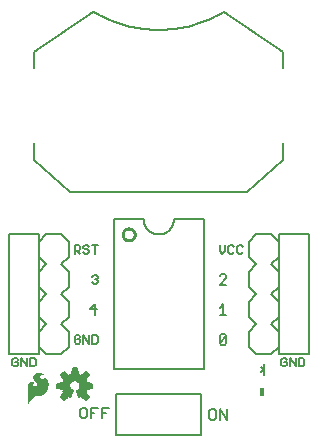
<source format=gto>
G75*
%MOIN*%
%OFA0B0*%
%FSLAX25Y25*%
%IPPOS*%
%LPD*%
%AMOC8*
5,1,8,0,0,1.08239X$1,22.5*
%
%ADD10C,0.00600*%
%ADD11C,0.00500*%
%ADD12C,0.00800*%
%ADD13C,0.00020*%
%ADD14C,0.01000*%
%ADD15R,0.01800X0.03000*%
%ADD16C,0.00591*%
D10*
X0117084Y0069367D02*
X0117651Y0068800D01*
X0118785Y0068800D01*
X0119352Y0069367D01*
X0119352Y0071636D01*
X0118785Y0072203D01*
X0117651Y0072203D01*
X0117084Y0071636D01*
X0117084Y0069367D01*
X0120767Y0068800D02*
X0120767Y0072203D01*
X0123036Y0072203D01*
X0124450Y0072203D02*
X0126719Y0072203D01*
X0125584Y0070501D02*
X0124450Y0070501D01*
X0124450Y0068800D02*
X0124450Y0072203D01*
X0121901Y0070501D02*
X0120767Y0070501D01*
X0160133Y0071136D02*
X0160133Y0068867D01*
X0160700Y0068300D01*
X0161835Y0068300D01*
X0162402Y0068867D01*
X0162402Y0071136D01*
X0161835Y0071703D01*
X0160700Y0071703D01*
X0160133Y0071136D01*
X0163816Y0071703D02*
X0166085Y0068300D01*
X0166085Y0071703D01*
X0163816Y0071703D02*
X0163816Y0068300D01*
X0164200Y0093300D02*
X0163633Y0093867D01*
X0165902Y0096136D01*
X0165902Y0093867D01*
X0165335Y0093300D01*
X0164200Y0093300D01*
X0163633Y0093867D02*
X0163633Y0096136D01*
X0164200Y0096703D01*
X0165335Y0096703D01*
X0165902Y0096136D01*
X0165902Y0103300D02*
X0163633Y0103300D01*
X0164768Y0103300D02*
X0164768Y0106703D01*
X0163633Y0105569D01*
X0163633Y0113300D02*
X0165902Y0115569D01*
X0165902Y0116136D01*
X0165335Y0116703D01*
X0164200Y0116703D01*
X0163633Y0116136D01*
X0163633Y0113300D02*
X0165902Y0113300D01*
X0122719Y0105001D02*
X0120450Y0105001D01*
X0122152Y0106703D01*
X0122152Y0103300D01*
D11*
X0122488Y0096352D02*
X0121137Y0096352D01*
X0121137Y0093650D01*
X0122488Y0093650D01*
X0122938Y0094100D01*
X0122938Y0095902D01*
X0122488Y0096352D01*
X0119992Y0096352D02*
X0119992Y0093650D01*
X0118190Y0096352D01*
X0118190Y0093650D01*
X0117045Y0094100D02*
X0116595Y0093650D01*
X0115694Y0093650D01*
X0115244Y0094100D01*
X0115244Y0095902D01*
X0115694Y0096352D01*
X0116595Y0096352D01*
X0117045Y0095902D01*
X0117045Y0095001D02*
X0116145Y0095001D01*
X0117045Y0095001D02*
X0117045Y0094100D01*
X0102258Y0088302D02*
X0102258Y0086500D01*
X0101808Y0086050D01*
X0100457Y0086050D01*
X0100457Y0088752D01*
X0101808Y0088752D01*
X0102258Y0088302D01*
X0099312Y0088752D02*
X0099312Y0086050D01*
X0097510Y0088752D01*
X0097510Y0086050D01*
X0096365Y0086500D02*
X0096365Y0087401D01*
X0095464Y0087401D01*
X0094564Y0086500D02*
X0095014Y0086050D01*
X0095915Y0086050D01*
X0096365Y0086500D01*
X0094564Y0086500D02*
X0094564Y0088302D01*
X0095014Y0088752D01*
X0095915Y0088752D01*
X0096365Y0088302D01*
X0121587Y0113650D02*
X0121137Y0114100D01*
X0121587Y0113650D02*
X0122488Y0113650D01*
X0122938Y0114100D01*
X0122938Y0114551D01*
X0122488Y0115001D01*
X0122038Y0115001D01*
X0122488Y0115001D02*
X0122938Y0115452D01*
X0122938Y0115902D01*
X0122488Y0116352D01*
X0121587Y0116352D01*
X0121137Y0115902D01*
X0122038Y0123650D02*
X0122038Y0126352D01*
X0122938Y0126352D02*
X0121137Y0126352D01*
X0119992Y0125902D02*
X0119541Y0126352D01*
X0118641Y0126352D01*
X0118190Y0125902D01*
X0118190Y0125452D01*
X0118641Y0125001D01*
X0119541Y0125001D01*
X0119992Y0124551D01*
X0119992Y0124100D01*
X0119541Y0123650D01*
X0118641Y0123650D01*
X0118190Y0124100D01*
X0117045Y0123650D02*
X0116145Y0124551D01*
X0116595Y0124551D02*
X0115244Y0124551D01*
X0115244Y0123650D02*
X0115244Y0126352D01*
X0116595Y0126352D01*
X0117045Y0125902D01*
X0117045Y0125001D01*
X0116595Y0124551D01*
X0163583Y0124551D02*
X0164484Y0123650D01*
X0165385Y0124551D01*
X0165385Y0126352D01*
X0166530Y0125902D02*
X0166980Y0126352D01*
X0167881Y0126352D01*
X0168331Y0125902D01*
X0169476Y0125902D02*
X0169476Y0124100D01*
X0169927Y0123650D01*
X0170828Y0123650D01*
X0171278Y0124100D01*
X0171278Y0125902D02*
X0170828Y0126352D01*
X0169927Y0126352D01*
X0169476Y0125902D01*
X0168331Y0124100D02*
X0167881Y0123650D01*
X0166980Y0123650D01*
X0166530Y0124100D01*
X0166530Y0125902D01*
X0163583Y0126352D02*
X0163583Y0124551D01*
X0184614Y0088752D02*
X0184164Y0088302D01*
X0184164Y0086500D01*
X0184614Y0086050D01*
X0185515Y0086050D01*
X0185965Y0086500D01*
X0185965Y0087401D01*
X0185064Y0087401D01*
X0185965Y0088302D02*
X0185515Y0088752D01*
X0184614Y0088752D01*
X0187110Y0088752D02*
X0188912Y0086050D01*
X0188912Y0088752D01*
X0190057Y0088752D02*
X0191408Y0088752D01*
X0191858Y0088302D01*
X0191858Y0086500D01*
X0191408Y0086050D01*
X0190057Y0086050D01*
X0190057Y0088752D01*
X0187110Y0088752D02*
X0187110Y0086050D01*
D12*
X0183333Y0090000D02*
X0183333Y0130000D01*
X0193333Y0130000D01*
X0193333Y0090000D01*
X0183333Y0090000D01*
X0183333Y0092500D02*
X0180833Y0090000D01*
X0175833Y0090000D01*
X0173333Y0092500D01*
X0173333Y0097500D01*
X0175833Y0100000D01*
X0173333Y0102500D01*
X0173333Y0107500D01*
X0175833Y0110000D01*
X0173333Y0112500D01*
X0173333Y0117500D01*
X0175833Y0120000D01*
X0173333Y0122500D01*
X0173333Y0127500D01*
X0175833Y0130000D01*
X0180833Y0130000D01*
X0183333Y0127500D01*
X0183333Y0122500D01*
X0180833Y0120000D01*
X0183333Y0117500D01*
X0183333Y0112500D01*
X0180833Y0110000D01*
X0183333Y0107500D01*
X0183333Y0102500D01*
X0180833Y0100000D01*
X0183333Y0097500D01*
X0183333Y0092500D01*
X0178503Y0086811D02*
X0178503Y0085000D01*
X0177282Y0084080D01*
X0178503Y0083189D02*
X0178503Y0085000D01*
X0178442Y0085100D02*
X0177282Y0085860D01*
X0158333Y0085000D02*
X0128333Y0085000D01*
X0128333Y0135000D01*
X0138333Y0135000D01*
X0138335Y0134860D01*
X0138341Y0134720D01*
X0138351Y0134580D01*
X0138364Y0134440D01*
X0138382Y0134301D01*
X0138404Y0134162D01*
X0138429Y0134025D01*
X0138458Y0133887D01*
X0138491Y0133751D01*
X0138528Y0133616D01*
X0138569Y0133482D01*
X0138614Y0133349D01*
X0138662Y0133217D01*
X0138714Y0133087D01*
X0138769Y0132958D01*
X0138828Y0132831D01*
X0138891Y0132705D01*
X0138957Y0132581D01*
X0139026Y0132460D01*
X0139099Y0132340D01*
X0139176Y0132222D01*
X0139255Y0132107D01*
X0139338Y0131993D01*
X0139424Y0131883D01*
X0139513Y0131774D01*
X0139605Y0131668D01*
X0139700Y0131565D01*
X0139797Y0131464D01*
X0139898Y0131367D01*
X0140001Y0131272D01*
X0140107Y0131180D01*
X0140216Y0131091D01*
X0140326Y0131005D01*
X0140440Y0130922D01*
X0140555Y0130843D01*
X0140673Y0130766D01*
X0140793Y0130693D01*
X0140914Y0130624D01*
X0141038Y0130558D01*
X0141164Y0130495D01*
X0141291Y0130436D01*
X0141420Y0130381D01*
X0141550Y0130329D01*
X0141682Y0130281D01*
X0141815Y0130236D01*
X0141949Y0130195D01*
X0142084Y0130158D01*
X0142220Y0130125D01*
X0142358Y0130096D01*
X0142495Y0130071D01*
X0142634Y0130049D01*
X0142773Y0130031D01*
X0142913Y0130018D01*
X0143053Y0130008D01*
X0143193Y0130002D01*
X0143333Y0130000D01*
X0143473Y0130002D01*
X0143613Y0130008D01*
X0143753Y0130018D01*
X0143893Y0130031D01*
X0144032Y0130049D01*
X0144171Y0130071D01*
X0144308Y0130096D01*
X0144446Y0130125D01*
X0144582Y0130158D01*
X0144717Y0130195D01*
X0144851Y0130236D01*
X0144984Y0130281D01*
X0145116Y0130329D01*
X0145246Y0130381D01*
X0145375Y0130436D01*
X0145502Y0130495D01*
X0145628Y0130558D01*
X0145752Y0130624D01*
X0145873Y0130693D01*
X0145993Y0130766D01*
X0146111Y0130843D01*
X0146226Y0130922D01*
X0146340Y0131005D01*
X0146450Y0131091D01*
X0146559Y0131180D01*
X0146665Y0131272D01*
X0146768Y0131367D01*
X0146869Y0131464D01*
X0146966Y0131565D01*
X0147061Y0131668D01*
X0147153Y0131774D01*
X0147242Y0131883D01*
X0147328Y0131993D01*
X0147411Y0132107D01*
X0147490Y0132222D01*
X0147567Y0132340D01*
X0147640Y0132460D01*
X0147709Y0132581D01*
X0147775Y0132705D01*
X0147838Y0132831D01*
X0147897Y0132958D01*
X0147952Y0133087D01*
X0148004Y0133217D01*
X0148052Y0133349D01*
X0148097Y0133482D01*
X0148138Y0133616D01*
X0148175Y0133751D01*
X0148208Y0133887D01*
X0148237Y0134025D01*
X0148262Y0134162D01*
X0148284Y0134301D01*
X0148302Y0134440D01*
X0148315Y0134580D01*
X0148325Y0134720D01*
X0148331Y0134860D01*
X0148333Y0135000D01*
X0158333Y0135000D01*
X0158333Y0085000D01*
X0157507Y0076890D02*
X0129160Y0076890D01*
X0129160Y0063110D01*
X0157507Y0063110D01*
X0157507Y0076890D01*
X0113333Y0092500D02*
X0113333Y0097500D01*
X0110833Y0100000D01*
X0113333Y0102500D01*
X0113333Y0107500D01*
X0110833Y0110000D01*
X0113333Y0112500D01*
X0113333Y0117500D01*
X0110833Y0120000D01*
X0113333Y0122500D01*
X0113333Y0127500D01*
X0110833Y0130000D01*
X0105833Y0130000D01*
X0103333Y0127500D01*
X0103333Y0122500D01*
X0105833Y0120000D01*
X0103333Y0117500D01*
X0103333Y0112500D01*
X0105833Y0110000D01*
X0103333Y0107500D01*
X0103333Y0102500D01*
X0105833Y0100000D01*
X0103333Y0097500D01*
X0103333Y0092500D01*
X0105833Y0090000D01*
X0110833Y0090000D01*
X0113333Y0092500D01*
X0103333Y0090000D02*
X0103333Y0130000D01*
X0093333Y0130000D01*
X0093333Y0090000D01*
X0103333Y0090000D01*
X0113806Y0144063D02*
X0101798Y0154693D01*
X0101798Y0160402D01*
X0113806Y0144063D02*
X0172861Y0144063D01*
X0184869Y0154693D01*
X0184869Y0160402D01*
X0184869Y0185598D02*
X0184869Y0190913D01*
X0165184Y0204299D01*
X0165183Y0204299D02*
X0164304Y0203781D01*
X0163412Y0203284D01*
X0162508Y0202809D01*
X0161594Y0202356D01*
X0160668Y0201925D01*
X0159733Y0201517D01*
X0158788Y0201131D01*
X0157833Y0200768D01*
X0156870Y0200429D01*
X0155900Y0200113D01*
X0154922Y0199821D01*
X0153937Y0199552D01*
X0152946Y0199307D01*
X0151949Y0199087D01*
X0150947Y0198890D01*
X0149941Y0198718D01*
X0148931Y0198570D01*
X0147918Y0198447D01*
X0146902Y0198348D01*
X0145884Y0198274D01*
X0144864Y0198225D01*
X0143843Y0198200D01*
X0142823Y0198200D01*
X0141802Y0198225D01*
X0140782Y0198274D01*
X0139764Y0198348D01*
X0138748Y0198447D01*
X0137735Y0198570D01*
X0136725Y0198718D01*
X0135719Y0198890D01*
X0134717Y0199087D01*
X0133720Y0199307D01*
X0132729Y0199552D01*
X0131744Y0199821D01*
X0130766Y0200113D01*
X0129796Y0200429D01*
X0128833Y0200768D01*
X0127878Y0201131D01*
X0126933Y0201517D01*
X0125998Y0201925D01*
X0125072Y0202356D01*
X0124158Y0202809D01*
X0123254Y0203284D01*
X0122362Y0203781D01*
X0121483Y0204299D01*
X0101798Y0190913D01*
X0101798Y0185598D01*
D13*
X0099593Y0073917D02*
X0099593Y0073878D01*
X0099593Y0079311D01*
X0099633Y0079626D01*
X0099711Y0079902D01*
X0099829Y0080098D01*
X0099948Y0080295D01*
X0100144Y0080453D01*
X0100302Y0080571D01*
X0101444Y0080571D01*
X0101522Y0080610D01*
X0101562Y0080650D01*
X0101483Y0080689D01*
X0101404Y0080728D01*
X0100932Y0080728D01*
X0100696Y0080689D01*
X0100499Y0080650D01*
X0100302Y0080571D01*
X0100277Y0080552D02*
X0101407Y0080552D01*
X0101444Y0080571D02*
X0101365Y0080531D01*
X0101247Y0080492D01*
X0101168Y0080413D01*
X0101089Y0080335D01*
X0101010Y0080256D01*
X0100971Y0080138D01*
X0100971Y0079980D01*
X0101010Y0079862D01*
X0101089Y0079744D01*
X0101207Y0079626D01*
X0101325Y0079508D01*
X0101522Y0079429D01*
X0101719Y0079390D01*
X0102034Y0079390D01*
X0102349Y0079469D01*
X0102585Y0079626D01*
X0102743Y0079823D01*
X0102822Y0080059D01*
X0102822Y0080335D01*
X0102703Y0080650D01*
X0102428Y0080925D01*
X0102113Y0081280D01*
X0101837Y0081594D01*
X0101640Y0081949D01*
X0101562Y0082303D01*
X0101562Y0082618D01*
X0101680Y0082972D01*
X0101877Y0083287D01*
X0102231Y0083563D01*
X0102664Y0083799D01*
X0103097Y0083878D01*
X0103491Y0083878D01*
X0103845Y0083799D01*
X0104160Y0083642D01*
X0104396Y0083524D01*
X0104554Y0083406D01*
X0104593Y0083366D01*
X0104554Y0083366D01*
X0104475Y0083406D01*
X0104239Y0083406D01*
X0104081Y0083366D01*
X0103885Y0083327D01*
X0103727Y0083248D01*
X0103570Y0083130D01*
X0103491Y0083012D01*
X0103451Y0082933D01*
X0103412Y0082815D01*
X0103412Y0082579D01*
X0103451Y0082421D01*
X0103530Y0082303D01*
X0103609Y0082185D01*
X0103727Y0082067D01*
X0103845Y0081949D01*
X0104003Y0081831D01*
X0104121Y0081752D01*
X0104278Y0081673D01*
X0104436Y0081634D01*
X0104593Y0081594D01*
X0104711Y0081594D01*
X0104829Y0081634D01*
X0104948Y0081752D01*
X0104987Y0081831D01*
X0105026Y0081949D01*
X0105026Y0082264D01*
X0105026Y0082303D01*
X0105341Y0082106D01*
X0105656Y0081752D01*
X0105932Y0081319D01*
X0106129Y0080728D01*
X0106247Y0080098D01*
X0106207Y0079429D01*
X0106010Y0078681D01*
X0105617Y0077972D01*
X0105341Y0077618D01*
X0105026Y0077303D01*
X0104711Y0077028D01*
X0104318Y0076791D01*
X0103924Y0076634D01*
X0103491Y0076516D01*
X0099593Y0076516D01*
X0099593Y0076534D02*
X0103559Y0076534D01*
X0103491Y0076516D02*
X0103018Y0076437D01*
X0102270Y0076437D01*
X0102034Y0076398D01*
X0101837Y0076280D01*
X0101640Y0076161D01*
X0101444Y0075965D01*
X0101247Y0075768D01*
X0101010Y0075492D01*
X0100774Y0075217D01*
X0100538Y0074980D01*
X0100302Y0074744D01*
X0100105Y0074508D01*
X0099908Y0074311D01*
X0099790Y0074114D01*
X0099672Y0073996D01*
X0099593Y0073917D01*
X0099593Y0073924D02*
X0099599Y0073924D01*
X0099593Y0073942D02*
X0099618Y0073942D01*
X0099636Y0073961D02*
X0099593Y0073961D01*
X0099593Y0073979D02*
X0099655Y0073979D01*
X0099674Y0073998D02*
X0099593Y0073998D01*
X0099593Y0074016D02*
X0099692Y0074016D01*
X0099711Y0074035D02*
X0099593Y0074035D01*
X0099593Y0074053D02*
X0099729Y0074053D01*
X0099748Y0074072D02*
X0099593Y0074072D01*
X0099593Y0074090D02*
X0099766Y0074090D01*
X0099785Y0074109D02*
X0099593Y0074109D01*
X0099593Y0074127D02*
X0099798Y0074127D01*
X0099809Y0074146D02*
X0099593Y0074146D01*
X0099593Y0074164D02*
X0099820Y0074164D01*
X0099831Y0074183D02*
X0099593Y0074183D01*
X0099593Y0074201D02*
X0099842Y0074201D01*
X0099853Y0074220D02*
X0099593Y0074220D01*
X0099593Y0074238D02*
X0099865Y0074238D01*
X0099876Y0074257D02*
X0099593Y0074257D01*
X0099593Y0074275D02*
X0099887Y0074275D01*
X0099898Y0074294D02*
X0099593Y0074294D01*
X0099593Y0074312D02*
X0099910Y0074312D01*
X0099928Y0074331D02*
X0099593Y0074331D01*
X0099593Y0074349D02*
X0099947Y0074349D01*
X0099965Y0074368D02*
X0099593Y0074368D01*
X0099593Y0074387D02*
X0099984Y0074387D01*
X0100002Y0074405D02*
X0099593Y0074405D01*
X0099593Y0074424D02*
X0100021Y0074424D01*
X0100039Y0074442D02*
X0099593Y0074442D01*
X0099593Y0074461D02*
X0100058Y0074461D01*
X0100076Y0074479D02*
X0099593Y0074479D01*
X0099593Y0074498D02*
X0100095Y0074498D01*
X0100112Y0074516D02*
X0099593Y0074516D01*
X0099593Y0074535D02*
X0100127Y0074535D01*
X0100143Y0074553D02*
X0099593Y0074553D01*
X0099593Y0074572D02*
X0100158Y0074572D01*
X0100174Y0074590D02*
X0099593Y0074590D01*
X0099593Y0074609D02*
X0100189Y0074609D01*
X0100204Y0074627D02*
X0099593Y0074627D01*
X0099593Y0074646D02*
X0100220Y0074646D01*
X0100235Y0074664D02*
X0099593Y0074664D01*
X0099593Y0074683D02*
X0100251Y0074683D01*
X0100266Y0074701D02*
X0099593Y0074701D01*
X0099593Y0074720D02*
X0100282Y0074720D01*
X0100297Y0074738D02*
X0099593Y0074738D01*
X0099593Y0074757D02*
X0100315Y0074757D01*
X0100333Y0074775D02*
X0099593Y0074775D01*
X0099593Y0074794D02*
X0100352Y0074794D01*
X0100370Y0074812D02*
X0099593Y0074812D01*
X0099593Y0074831D02*
X0100389Y0074831D01*
X0100407Y0074849D02*
X0099593Y0074849D01*
X0099593Y0074868D02*
X0100426Y0074868D01*
X0100444Y0074886D02*
X0099593Y0074886D01*
X0099593Y0074905D02*
X0100463Y0074905D01*
X0100481Y0074923D02*
X0099593Y0074923D01*
X0099593Y0074942D02*
X0100500Y0074942D01*
X0100518Y0074961D02*
X0099593Y0074961D01*
X0099593Y0074979D02*
X0100537Y0074979D01*
X0100555Y0074998D02*
X0099593Y0074998D01*
X0099593Y0075016D02*
X0100574Y0075016D01*
X0100592Y0075035D02*
X0099593Y0075035D01*
X0099593Y0075053D02*
X0100611Y0075053D01*
X0100629Y0075072D02*
X0099593Y0075072D01*
X0099593Y0075090D02*
X0100648Y0075090D01*
X0100666Y0075109D02*
X0099593Y0075109D01*
X0099593Y0075127D02*
X0100685Y0075127D01*
X0100703Y0075146D02*
X0099593Y0075146D01*
X0099593Y0075164D02*
X0100722Y0075164D01*
X0100740Y0075183D02*
X0099593Y0075183D01*
X0099593Y0075201D02*
X0100759Y0075201D01*
X0100777Y0075220D02*
X0099593Y0075220D01*
X0099593Y0075238D02*
X0100793Y0075238D01*
X0100809Y0075257D02*
X0099593Y0075257D01*
X0099593Y0075275D02*
X0100825Y0075275D01*
X0100840Y0075294D02*
X0099593Y0075294D01*
X0099593Y0075312D02*
X0100856Y0075312D01*
X0100872Y0075331D02*
X0099593Y0075331D01*
X0099593Y0075349D02*
X0100888Y0075349D01*
X0100904Y0075368D02*
X0099593Y0075368D01*
X0099593Y0075386D02*
X0100920Y0075386D01*
X0100936Y0075405D02*
X0099593Y0075405D01*
X0099593Y0075423D02*
X0100952Y0075423D01*
X0100967Y0075442D02*
X0099593Y0075442D01*
X0099593Y0075460D02*
X0100983Y0075460D01*
X0100999Y0075479D02*
X0099593Y0075479D01*
X0099593Y0075497D02*
X0101015Y0075497D01*
X0101031Y0075516D02*
X0099593Y0075516D01*
X0099593Y0075535D02*
X0101047Y0075535D01*
X0101063Y0075553D02*
X0099593Y0075553D01*
X0099593Y0075572D02*
X0101079Y0075572D01*
X0101094Y0075590D02*
X0099593Y0075590D01*
X0099593Y0075609D02*
X0101110Y0075609D01*
X0101126Y0075627D02*
X0099593Y0075627D01*
X0099593Y0075646D02*
X0101142Y0075646D01*
X0101158Y0075664D02*
X0099593Y0075664D01*
X0099593Y0075683D02*
X0101174Y0075683D01*
X0101190Y0075701D02*
X0099593Y0075701D01*
X0099593Y0075720D02*
X0101206Y0075720D01*
X0101221Y0075738D02*
X0099593Y0075738D01*
X0099593Y0075757D02*
X0101237Y0075757D01*
X0101254Y0075775D02*
X0099593Y0075775D01*
X0099593Y0075794D02*
X0101273Y0075794D01*
X0101291Y0075812D02*
X0099593Y0075812D01*
X0099593Y0075831D02*
X0101310Y0075831D01*
X0101328Y0075849D02*
X0099593Y0075849D01*
X0099593Y0075868D02*
X0101347Y0075868D01*
X0101365Y0075886D02*
X0099593Y0075886D01*
X0099593Y0075905D02*
X0101384Y0075905D01*
X0101402Y0075923D02*
X0099593Y0075923D01*
X0099593Y0075942D02*
X0101421Y0075942D01*
X0101439Y0075960D02*
X0099593Y0075960D01*
X0099593Y0075979D02*
X0101458Y0075979D01*
X0101476Y0075997D02*
X0099593Y0075997D01*
X0099593Y0076016D02*
X0101495Y0076016D01*
X0101513Y0076034D02*
X0099593Y0076034D01*
X0099593Y0076053D02*
X0101532Y0076053D01*
X0101550Y0076071D02*
X0099593Y0076071D01*
X0099593Y0076090D02*
X0101569Y0076090D01*
X0101588Y0076109D02*
X0099593Y0076109D01*
X0099593Y0076127D02*
X0101606Y0076127D01*
X0101625Y0076146D02*
X0099593Y0076146D01*
X0099593Y0076164D02*
X0101645Y0076164D01*
X0101676Y0076183D02*
X0099593Y0076183D01*
X0099593Y0076201D02*
X0101707Y0076201D01*
X0101737Y0076220D02*
X0099593Y0076220D01*
X0099593Y0076238D02*
X0101768Y0076238D01*
X0101799Y0076257D02*
X0099593Y0076257D01*
X0099593Y0076275D02*
X0101830Y0076275D01*
X0101861Y0076294D02*
X0099593Y0076294D01*
X0099593Y0076312D02*
X0101892Y0076312D01*
X0101923Y0076331D02*
X0099593Y0076331D01*
X0099593Y0076349D02*
X0101953Y0076349D01*
X0101984Y0076368D02*
X0099593Y0076368D01*
X0099593Y0076386D02*
X0102015Y0076386D01*
X0102077Y0076405D02*
X0099593Y0076405D01*
X0099593Y0076423D02*
X0102188Y0076423D01*
X0103047Y0076442D02*
X0099593Y0076442D01*
X0099593Y0076460D02*
X0103158Y0076460D01*
X0103269Y0076479D02*
X0099593Y0076479D01*
X0099593Y0076497D02*
X0103380Y0076497D01*
X0103627Y0076553D02*
X0099593Y0076553D01*
X0099593Y0076571D02*
X0103695Y0076571D01*
X0103763Y0076590D02*
X0099593Y0076590D01*
X0099593Y0076608D02*
X0103831Y0076608D01*
X0103899Y0076627D02*
X0099593Y0076627D01*
X0099593Y0076645D02*
X0103953Y0076645D01*
X0103999Y0076664D02*
X0099593Y0076664D01*
X0099593Y0076683D02*
X0104046Y0076683D01*
X0104092Y0076701D02*
X0099593Y0076701D01*
X0099593Y0076720D02*
X0104138Y0076720D01*
X0104184Y0076738D02*
X0099593Y0076738D01*
X0099593Y0076757D02*
X0104231Y0076757D01*
X0104277Y0076775D02*
X0099593Y0076775D01*
X0099593Y0076794D02*
X0104321Y0076794D01*
X0104352Y0076812D02*
X0099593Y0076812D01*
X0099593Y0076831D02*
X0104383Y0076831D01*
X0104414Y0076849D02*
X0099593Y0076849D01*
X0099593Y0076868D02*
X0104445Y0076868D01*
X0104476Y0076886D02*
X0099593Y0076886D01*
X0099593Y0076905D02*
X0104507Y0076905D01*
X0104537Y0076923D02*
X0099593Y0076923D01*
X0099593Y0076942D02*
X0104568Y0076942D01*
X0104599Y0076960D02*
X0099593Y0076960D01*
X0099593Y0076979D02*
X0104630Y0076979D01*
X0104661Y0076997D02*
X0099593Y0076997D01*
X0099593Y0077016D02*
X0104692Y0077016D01*
X0104719Y0077034D02*
X0099593Y0077034D01*
X0099593Y0077053D02*
X0104740Y0077053D01*
X0104761Y0077071D02*
X0099593Y0077071D01*
X0099593Y0077090D02*
X0104782Y0077090D01*
X0104804Y0077108D02*
X0099593Y0077108D01*
X0099593Y0077127D02*
X0104825Y0077127D01*
X0104846Y0077145D02*
X0099593Y0077145D01*
X0099593Y0077164D02*
X0104867Y0077164D01*
X0104888Y0077182D02*
X0099593Y0077182D01*
X0099593Y0077201D02*
X0104909Y0077201D01*
X0104931Y0077219D02*
X0099593Y0077219D01*
X0099593Y0077238D02*
X0104952Y0077238D01*
X0104973Y0077257D02*
X0099593Y0077257D01*
X0099593Y0077275D02*
X0104994Y0077275D01*
X0105015Y0077294D02*
X0099593Y0077294D01*
X0099593Y0077312D02*
X0105035Y0077312D01*
X0105054Y0077331D02*
X0099593Y0077331D01*
X0099593Y0077349D02*
X0105072Y0077349D01*
X0105091Y0077368D02*
X0099593Y0077368D01*
X0099593Y0077386D02*
X0105109Y0077386D01*
X0105128Y0077405D02*
X0099593Y0077405D01*
X0099593Y0077423D02*
X0105146Y0077423D01*
X0105165Y0077442D02*
X0099593Y0077442D01*
X0099593Y0077460D02*
X0105183Y0077460D01*
X0105202Y0077479D02*
X0099593Y0077479D01*
X0099593Y0077497D02*
X0105220Y0077497D01*
X0105239Y0077516D02*
X0099593Y0077516D01*
X0099593Y0077534D02*
X0105257Y0077534D01*
X0105276Y0077553D02*
X0099593Y0077553D01*
X0099593Y0077571D02*
X0105294Y0077571D01*
X0105313Y0077590D02*
X0099593Y0077590D01*
X0099593Y0077608D02*
X0105331Y0077608D01*
X0105348Y0077627D02*
X0099593Y0077627D01*
X0099593Y0077645D02*
X0105362Y0077645D01*
X0105377Y0077664D02*
X0099593Y0077664D01*
X0099593Y0077682D02*
X0105391Y0077682D01*
X0105406Y0077701D02*
X0099593Y0077701D01*
X0099593Y0077719D02*
X0105420Y0077719D01*
X0105434Y0077738D02*
X0099593Y0077738D01*
X0099593Y0077756D02*
X0105449Y0077756D01*
X0105463Y0077775D02*
X0099593Y0077775D01*
X0099593Y0077793D02*
X0105478Y0077793D01*
X0105492Y0077812D02*
X0099593Y0077812D01*
X0099593Y0077831D02*
X0105506Y0077831D01*
X0105521Y0077849D02*
X0099593Y0077849D01*
X0099593Y0077868D02*
X0105535Y0077868D01*
X0105550Y0077886D02*
X0099593Y0077886D01*
X0099593Y0077905D02*
X0105564Y0077905D01*
X0105578Y0077923D02*
X0099593Y0077923D01*
X0099593Y0077942D02*
X0105593Y0077942D01*
X0105607Y0077960D02*
X0099593Y0077960D01*
X0099593Y0077979D02*
X0105620Y0077979D01*
X0105631Y0077997D02*
X0099593Y0077997D01*
X0099593Y0078016D02*
X0105641Y0078016D01*
X0105651Y0078034D02*
X0099593Y0078034D01*
X0099593Y0078053D02*
X0105661Y0078053D01*
X0105672Y0078071D02*
X0099593Y0078071D01*
X0099593Y0078090D02*
X0105682Y0078090D01*
X0105692Y0078108D02*
X0099593Y0078108D01*
X0099593Y0078127D02*
X0105703Y0078127D01*
X0105713Y0078145D02*
X0099593Y0078145D01*
X0099593Y0078164D02*
X0105723Y0078164D01*
X0105733Y0078182D02*
X0099593Y0078182D01*
X0099593Y0078201D02*
X0105744Y0078201D01*
X0105754Y0078219D02*
X0099593Y0078219D01*
X0099593Y0078238D02*
X0105764Y0078238D01*
X0105775Y0078256D02*
X0099593Y0078256D01*
X0099593Y0078275D02*
X0105785Y0078275D01*
X0105795Y0078293D02*
X0099593Y0078293D01*
X0099593Y0078312D02*
X0105805Y0078312D01*
X0105816Y0078330D02*
X0099593Y0078330D01*
X0099593Y0078349D02*
X0105826Y0078349D01*
X0105836Y0078367D02*
X0099593Y0078367D01*
X0099593Y0078386D02*
X0105847Y0078386D01*
X0105857Y0078405D02*
X0099593Y0078405D01*
X0099593Y0078423D02*
X0105867Y0078423D01*
X0105877Y0078442D02*
X0099593Y0078442D01*
X0099593Y0078460D02*
X0105888Y0078460D01*
X0105898Y0078479D02*
X0099593Y0078479D01*
X0099593Y0078497D02*
X0105908Y0078497D01*
X0105919Y0078516D02*
X0099593Y0078516D01*
X0099593Y0078534D02*
X0105929Y0078534D01*
X0105939Y0078553D02*
X0099593Y0078553D01*
X0099593Y0078571D02*
X0105949Y0078571D01*
X0105960Y0078590D02*
X0099593Y0078590D01*
X0099593Y0078608D02*
X0105970Y0078608D01*
X0105980Y0078627D02*
X0099593Y0078627D01*
X0099593Y0078645D02*
X0105991Y0078645D01*
X0106001Y0078664D02*
X0099593Y0078664D01*
X0099593Y0078682D02*
X0106011Y0078682D01*
X0106016Y0078701D02*
X0099593Y0078701D01*
X0099593Y0078719D02*
X0106021Y0078719D01*
X0106025Y0078738D02*
X0099593Y0078738D01*
X0099593Y0078756D02*
X0106030Y0078756D01*
X0106035Y0078775D02*
X0099593Y0078775D01*
X0099593Y0078793D02*
X0106040Y0078793D01*
X0106045Y0078812D02*
X0099593Y0078812D01*
X0099593Y0078830D02*
X0106050Y0078830D01*
X0106055Y0078849D02*
X0099593Y0078849D01*
X0099593Y0078867D02*
X0106060Y0078867D01*
X0106064Y0078886D02*
X0099593Y0078886D01*
X0099593Y0078904D02*
X0106069Y0078904D01*
X0106074Y0078923D02*
X0099593Y0078923D01*
X0099593Y0078941D02*
X0106079Y0078941D01*
X0106084Y0078960D02*
X0099593Y0078960D01*
X0099593Y0078979D02*
X0106089Y0078979D01*
X0106094Y0078997D02*
X0099593Y0078997D01*
X0099593Y0079016D02*
X0106098Y0079016D01*
X0106103Y0079034D02*
X0099593Y0079034D01*
X0099593Y0079053D02*
X0106108Y0079053D01*
X0106113Y0079071D02*
X0099593Y0079071D01*
X0099593Y0079090D02*
X0106118Y0079090D01*
X0106123Y0079108D02*
X0099593Y0079108D01*
X0099593Y0079127D02*
X0106128Y0079127D01*
X0106133Y0079145D02*
X0099593Y0079145D01*
X0099593Y0079164D02*
X0106137Y0079164D01*
X0106142Y0079182D02*
X0099593Y0079182D01*
X0099593Y0079201D02*
X0106147Y0079201D01*
X0106152Y0079219D02*
X0099593Y0079219D01*
X0099593Y0079238D02*
X0106157Y0079238D01*
X0106162Y0079256D02*
X0099593Y0079256D01*
X0099593Y0079275D02*
X0106167Y0079275D01*
X0106172Y0079293D02*
X0099593Y0079293D01*
X0099593Y0079312D02*
X0106176Y0079312D01*
X0106181Y0079330D02*
X0099596Y0079330D01*
X0099598Y0079349D02*
X0106186Y0079349D01*
X0106191Y0079367D02*
X0099600Y0079367D01*
X0099603Y0079386D02*
X0106196Y0079386D01*
X0106201Y0079404D02*
X0102093Y0079404D01*
X0102167Y0079423D02*
X0106206Y0079423D01*
X0106208Y0079441D02*
X0102241Y0079441D01*
X0102315Y0079460D02*
X0106209Y0079460D01*
X0106210Y0079478D02*
X0102364Y0079478D01*
X0102392Y0079497D02*
X0106211Y0079497D01*
X0106212Y0079516D02*
X0102420Y0079516D01*
X0102447Y0079534D02*
X0106214Y0079534D01*
X0106215Y0079553D02*
X0102475Y0079553D01*
X0102503Y0079571D02*
X0106216Y0079571D01*
X0106217Y0079590D02*
X0102531Y0079590D01*
X0102558Y0079608D02*
X0106218Y0079608D01*
X0106219Y0079627D02*
X0102586Y0079627D01*
X0102601Y0079645D02*
X0106220Y0079645D01*
X0106221Y0079664D02*
X0102615Y0079664D01*
X0102630Y0079682D02*
X0106222Y0079682D01*
X0106223Y0079701D02*
X0102645Y0079701D01*
X0102660Y0079719D02*
X0106224Y0079719D01*
X0106225Y0079738D02*
X0102675Y0079738D01*
X0102689Y0079756D02*
X0106227Y0079756D01*
X0106228Y0079775D02*
X0102704Y0079775D01*
X0102719Y0079793D02*
X0106229Y0079793D01*
X0106230Y0079812D02*
X0102734Y0079812D01*
X0102745Y0079830D02*
X0106231Y0079830D01*
X0106232Y0079849D02*
X0102751Y0079849D01*
X0102758Y0079867D02*
X0106233Y0079867D01*
X0106234Y0079886D02*
X0102764Y0079886D01*
X0102770Y0079904D02*
X0106235Y0079904D01*
X0106236Y0079923D02*
X0102776Y0079923D01*
X0102782Y0079941D02*
X0106237Y0079941D01*
X0106239Y0079960D02*
X0102788Y0079960D01*
X0102795Y0079978D02*
X0106240Y0079978D01*
X0106241Y0079997D02*
X0102801Y0079997D01*
X0102807Y0080015D02*
X0106242Y0080015D01*
X0106243Y0080034D02*
X0102813Y0080034D01*
X0102819Y0080052D02*
X0106244Y0080052D01*
X0106245Y0080071D02*
X0102822Y0080071D01*
X0102822Y0080090D02*
X0106246Y0080090D01*
X0106245Y0080108D02*
X0102822Y0080108D01*
X0102822Y0080127D02*
X0106241Y0080127D01*
X0106238Y0080145D02*
X0102822Y0080145D01*
X0102822Y0080164D02*
X0106235Y0080164D01*
X0106231Y0080182D02*
X0102822Y0080182D01*
X0102822Y0080201D02*
X0106228Y0080201D01*
X0106224Y0080219D02*
X0102822Y0080219D01*
X0102822Y0080238D02*
X0106221Y0080238D01*
X0106217Y0080256D02*
X0102822Y0080256D01*
X0102822Y0080275D02*
X0106214Y0080275D01*
X0106210Y0080293D02*
X0102822Y0080293D01*
X0102822Y0080312D02*
X0106207Y0080312D01*
X0106203Y0080330D02*
X0102822Y0080330D01*
X0102816Y0080349D02*
X0106200Y0080349D01*
X0106196Y0080367D02*
X0102809Y0080367D01*
X0102802Y0080386D02*
X0106193Y0080386D01*
X0106189Y0080404D02*
X0102795Y0080404D01*
X0102788Y0080423D02*
X0106186Y0080423D01*
X0106182Y0080441D02*
X0102782Y0080441D01*
X0102775Y0080460D02*
X0106179Y0080460D01*
X0106175Y0080478D02*
X0102768Y0080478D01*
X0102761Y0080497D02*
X0106172Y0080497D01*
X0106169Y0080515D02*
X0102754Y0080515D01*
X0102747Y0080534D02*
X0106165Y0080534D01*
X0106162Y0080552D02*
X0102740Y0080552D01*
X0102733Y0080571D02*
X0106158Y0080571D01*
X0106155Y0080589D02*
X0102726Y0080589D01*
X0102719Y0080608D02*
X0106151Y0080608D01*
X0106148Y0080626D02*
X0102712Y0080626D01*
X0102705Y0080645D02*
X0106144Y0080645D01*
X0106141Y0080664D02*
X0102690Y0080664D01*
X0102671Y0080682D02*
X0106137Y0080682D01*
X0106134Y0080701D02*
X0102652Y0080701D01*
X0102634Y0080719D02*
X0106130Y0080719D01*
X0106126Y0080738D02*
X0102615Y0080738D01*
X0102597Y0080756D02*
X0106119Y0080756D01*
X0106113Y0080775D02*
X0102578Y0080775D01*
X0102560Y0080793D02*
X0106107Y0080793D01*
X0106101Y0080812D02*
X0102541Y0080812D01*
X0102523Y0080830D02*
X0106095Y0080830D01*
X0106088Y0080849D02*
X0102504Y0080849D01*
X0102486Y0080867D02*
X0106082Y0080867D01*
X0106076Y0080886D02*
X0102467Y0080886D01*
X0102449Y0080904D02*
X0106070Y0080904D01*
X0106064Y0080923D02*
X0102430Y0080923D01*
X0102414Y0080941D02*
X0106058Y0080941D01*
X0106051Y0080960D02*
X0102397Y0080960D01*
X0102381Y0080978D02*
X0106045Y0080978D01*
X0106039Y0080997D02*
X0102364Y0080997D01*
X0102348Y0081015D02*
X0106033Y0081015D01*
X0106027Y0081034D02*
X0102331Y0081034D01*
X0102315Y0081052D02*
X0106021Y0081052D01*
X0106014Y0081071D02*
X0102298Y0081071D01*
X0102282Y0081089D02*
X0106008Y0081089D01*
X0106002Y0081108D02*
X0102265Y0081108D01*
X0102249Y0081126D02*
X0105996Y0081126D01*
X0105990Y0081145D02*
X0102232Y0081145D01*
X0102216Y0081163D02*
X0105984Y0081163D01*
X0105977Y0081182D02*
X0102200Y0081182D01*
X0102183Y0081200D02*
X0105971Y0081200D01*
X0105965Y0081219D02*
X0102167Y0081219D01*
X0102150Y0081238D02*
X0105959Y0081238D01*
X0105953Y0081256D02*
X0102134Y0081256D01*
X0102117Y0081275D02*
X0105947Y0081275D01*
X0105940Y0081293D02*
X0102101Y0081293D01*
X0102085Y0081312D02*
X0105934Y0081312D01*
X0105925Y0081330D02*
X0102069Y0081330D01*
X0102052Y0081349D02*
X0105913Y0081349D01*
X0105901Y0081367D02*
X0102036Y0081367D01*
X0102020Y0081386D02*
X0105889Y0081386D01*
X0105877Y0081404D02*
X0102004Y0081404D01*
X0101988Y0081423D02*
X0105866Y0081423D01*
X0105854Y0081441D02*
X0101971Y0081441D01*
X0101955Y0081460D02*
X0105842Y0081460D01*
X0105830Y0081478D02*
X0101939Y0081478D01*
X0101923Y0081497D02*
X0105819Y0081497D01*
X0105807Y0081515D02*
X0101907Y0081515D01*
X0101890Y0081534D02*
X0105795Y0081534D01*
X0105783Y0081552D02*
X0101874Y0081552D01*
X0101858Y0081571D02*
X0105771Y0081571D01*
X0105760Y0081589D02*
X0101842Y0081589D01*
X0101830Y0081608D02*
X0104540Y0081608D01*
X0104466Y0081626D02*
X0101820Y0081626D01*
X0101809Y0081645D02*
X0104392Y0081645D01*
X0104318Y0081663D02*
X0101799Y0081663D01*
X0101789Y0081682D02*
X0104261Y0081682D01*
X0104224Y0081700D02*
X0101778Y0081700D01*
X0101768Y0081719D02*
X0104187Y0081719D01*
X0104150Y0081737D02*
X0101758Y0081737D01*
X0101748Y0081756D02*
X0104115Y0081756D01*
X0104087Y0081774D02*
X0101737Y0081774D01*
X0101727Y0081793D02*
X0104059Y0081793D01*
X0104031Y0081812D02*
X0101717Y0081812D01*
X0101706Y0081830D02*
X0104004Y0081830D01*
X0103979Y0081849D02*
X0101696Y0081849D01*
X0101686Y0081867D02*
X0103954Y0081867D01*
X0103929Y0081886D02*
X0101676Y0081886D01*
X0101665Y0081904D02*
X0103905Y0081904D01*
X0103880Y0081923D02*
X0101655Y0081923D01*
X0101645Y0081941D02*
X0103855Y0081941D01*
X0103834Y0081960D02*
X0101638Y0081960D01*
X0101634Y0081978D02*
X0103816Y0081978D01*
X0103797Y0081997D02*
X0101630Y0081997D01*
X0101626Y0082015D02*
X0103779Y0082015D01*
X0103760Y0082034D02*
X0101622Y0082034D01*
X0101617Y0082052D02*
X0103742Y0082052D01*
X0103723Y0082071D02*
X0101613Y0082071D01*
X0101609Y0082089D02*
X0103705Y0082089D01*
X0103686Y0082108D02*
X0101605Y0082108D01*
X0101601Y0082126D02*
X0103668Y0082126D01*
X0103649Y0082145D02*
X0101597Y0082145D01*
X0101593Y0082163D02*
X0103631Y0082163D01*
X0103612Y0082182D02*
X0101589Y0082182D01*
X0101585Y0082200D02*
X0103599Y0082200D01*
X0103586Y0082219D02*
X0101580Y0082219D01*
X0101576Y0082237D02*
X0103574Y0082237D01*
X0103562Y0082256D02*
X0101572Y0082256D01*
X0101568Y0082274D02*
X0103549Y0082274D01*
X0103537Y0082293D02*
X0101564Y0082293D01*
X0101562Y0082311D02*
X0103525Y0082311D01*
X0103512Y0082330D02*
X0101562Y0082330D01*
X0101562Y0082348D02*
X0103500Y0082348D01*
X0103488Y0082367D02*
X0101562Y0082367D01*
X0101562Y0082386D02*
X0103475Y0082386D01*
X0103463Y0082404D02*
X0101562Y0082404D01*
X0101562Y0082423D02*
X0103451Y0082423D01*
X0103446Y0082441D02*
X0101562Y0082441D01*
X0101562Y0082460D02*
X0103442Y0082460D01*
X0103437Y0082478D02*
X0101562Y0082478D01*
X0101562Y0082497D02*
X0103433Y0082497D01*
X0103428Y0082515D02*
X0101562Y0082515D01*
X0101562Y0082534D02*
X0103423Y0082534D01*
X0103419Y0082552D02*
X0101562Y0082552D01*
X0101562Y0082571D02*
X0103414Y0082571D01*
X0103412Y0082589D02*
X0101562Y0082589D01*
X0101562Y0082608D02*
X0103412Y0082608D01*
X0103412Y0082626D02*
X0101564Y0082626D01*
X0101571Y0082645D02*
X0103412Y0082645D01*
X0103412Y0082663D02*
X0101577Y0082663D01*
X0101583Y0082682D02*
X0103412Y0082682D01*
X0103412Y0082700D02*
X0101589Y0082700D01*
X0101595Y0082719D02*
X0103412Y0082719D01*
X0103412Y0082737D02*
X0101601Y0082737D01*
X0101608Y0082756D02*
X0103412Y0082756D01*
X0103412Y0082774D02*
X0101614Y0082774D01*
X0101620Y0082793D02*
X0103412Y0082793D01*
X0103412Y0082811D02*
X0101626Y0082811D01*
X0101632Y0082830D02*
X0103417Y0082830D01*
X0103423Y0082848D02*
X0101638Y0082848D01*
X0101645Y0082867D02*
X0103429Y0082867D01*
X0103436Y0082885D02*
X0101651Y0082885D01*
X0101657Y0082904D02*
X0103442Y0082904D01*
X0103448Y0082922D02*
X0101663Y0082922D01*
X0101669Y0082941D02*
X0103455Y0082941D01*
X0103465Y0082960D02*
X0101675Y0082960D01*
X0101683Y0082978D02*
X0103474Y0082978D01*
X0103483Y0082997D02*
X0101695Y0082997D01*
X0101706Y0083015D02*
X0103493Y0083015D01*
X0103505Y0083034D02*
X0101718Y0083034D01*
X0101730Y0083052D02*
X0103518Y0083052D01*
X0103530Y0083071D02*
X0101741Y0083071D01*
X0101753Y0083089D02*
X0103542Y0083089D01*
X0103555Y0083108D02*
X0101764Y0083108D01*
X0101776Y0083126D02*
X0103567Y0083126D01*
X0103589Y0083145D02*
X0101787Y0083145D01*
X0101799Y0083163D02*
X0103614Y0083163D01*
X0103639Y0083182D02*
X0101811Y0083182D01*
X0101822Y0083200D02*
X0103663Y0083200D01*
X0103688Y0083219D02*
X0101834Y0083219D01*
X0101845Y0083237D02*
X0103713Y0083237D01*
X0103743Y0083256D02*
X0101857Y0083256D01*
X0101868Y0083274D02*
X0103780Y0083274D01*
X0103817Y0083293D02*
X0101884Y0083293D01*
X0101907Y0083311D02*
X0103854Y0083311D01*
X0103900Y0083330D02*
X0101931Y0083330D01*
X0101955Y0083348D02*
X0103992Y0083348D01*
X0104084Y0083367D02*
X0101979Y0083367D01*
X0102003Y0083385D02*
X0104158Y0083385D01*
X0104232Y0083404D02*
X0102026Y0083404D01*
X0102050Y0083422D02*
X0104531Y0083422D01*
X0104555Y0083404D02*
X0104478Y0083404D01*
X0104515Y0083385D02*
X0104574Y0083385D01*
X0104592Y0083367D02*
X0104552Y0083367D01*
X0104507Y0083441D02*
X0102074Y0083441D01*
X0102098Y0083459D02*
X0104482Y0083459D01*
X0104457Y0083478D02*
X0102122Y0083478D01*
X0102145Y0083496D02*
X0104432Y0083496D01*
X0104408Y0083515D02*
X0102169Y0083515D01*
X0102193Y0083534D02*
X0104377Y0083534D01*
X0104339Y0083552D02*
X0102217Y0083552D01*
X0102245Y0083571D02*
X0104302Y0083571D01*
X0104265Y0083589D02*
X0102279Y0083589D01*
X0102313Y0083608D02*
X0104228Y0083608D01*
X0104191Y0083626D02*
X0102347Y0083626D01*
X0102381Y0083645D02*
X0104154Y0083645D01*
X0104117Y0083663D02*
X0102415Y0083663D01*
X0102449Y0083682D02*
X0104080Y0083682D01*
X0104043Y0083700D02*
X0102482Y0083700D01*
X0102516Y0083719D02*
X0104006Y0083719D01*
X0103969Y0083737D02*
X0102550Y0083737D01*
X0102584Y0083756D02*
X0103932Y0083756D01*
X0103895Y0083774D02*
X0102618Y0083774D01*
X0102652Y0083793D02*
X0103858Y0083793D01*
X0103791Y0083811D02*
X0102730Y0083811D01*
X0102832Y0083830D02*
X0103708Y0083830D01*
X0103624Y0083848D02*
X0102934Y0083848D01*
X0103036Y0083867D02*
X0103541Y0083867D01*
X0105026Y0082293D02*
X0105043Y0082293D01*
X0105026Y0082274D02*
X0105072Y0082274D01*
X0105102Y0082256D02*
X0105026Y0082256D01*
X0105026Y0082237D02*
X0105131Y0082237D01*
X0105161Y0082219D02*
X0105026Y0082219D01*
X0105026Y0082200D02*
X0105191Y0082200D01*
X0105220Y0082182D02*
X0105026Y0082182D01*
X0105026Y0082163D02*
X0105250Y0082163D01*
X0105280Y0082145D02*
X0105026Y0082145D01*
X0105026Y0082126D02*
X0105309Y0082126D01*
X0105339Y0082108D02*
X0105026Y0082108D01*
X0105026Y0082089D02*
X0105356Y0082089D01*
X0105373Y0082071D02*
X0105026Y0082071D01*
X0105026Y0082052D02*
X0105389Y0082052D01*
X0105406Y0082034D02*
X0105026Y0082034D01*
X0105026Y0082015D02*
X0105422Y0082015D01*
X0105439Y0081997D02*
X0105026Y0081997D01*
X0105026Y0081978D02*
X0105455Y0081978D01*
X0105472Y0081960D02*
X0105026Y0081960D01*
X0105024Y0081941D02*
X0105488Y0081941D01*
X0105504Y0081923D02*
X0105018Y0081923D01*
X0105011Y0081904D02*
X0105521Y0081904D01*
X0105537Y0081886D02*
X0105005Y0081886D01*
X0104999Y0081867D02*
X0105554Y0081867D01*
X0105570Y0081849D02*
X0104993Y0081849D01*
X0104987Y0081830D02*
X0105587Y0081830D01*
X0105603Y0081812D02*
X0104977Y0081812D01*
X0104968Y0081793D02*
X0105620Y0081793D01*
X0105636Y0081774D02*
X0104959Y0081774D01*
X0104950Y0081756D02*
X0105653Y0081756D01*
X0105665Y0081737D02*
X0104933Y0081737D01*
X0104914Y0081719D02*
X0105677Y0081719D01*
X0105689Y0081700D02*
X0104896Y0081700D01*
X0104877Y0081682D02*
X0105701Y0081682D01*
X0105713Y0081663D02*
X0104859Y0081663D01*
X0104840Y0081645D02*
X0105724Y0081645D01*
X0105736Y0081626D02*
X0104807Y0081626D01*
X0104751Y0081608D02*
X0105748Y0081608D01*
X0101557Y0080645D02*
X0100487Y0080645D01*
X0100441Y0080626D02*
X0101539Y0080626D01*
X0101518Y0080608D02*
X0100395Y0080608D01*
X0100348Y0080589D02*
X0101481Y0080589D01*
X0101534Y0080664D02*
X0100568Y0080664D01*
X0100661Y0080682D02*
X0101497Y0080682D01*
X0101460Y0080701D02*
X0100765Y0080701D01*
X0100876Y0080719D02*
X0101423Y0080719D01*
X0101370Y0080534D02*
X0100253Y0080534D01*
X0100228Y0080515D02*
X0101316Y0080515D01*
X0101261Y0080497D02*
X0100203Y0080497D01*
X0100178Y0080478D02*
X0101233Y0080478D01*
X0101214Y0080460D02*
X0100154Y0080460D01*
X0100130Y0080441D02*
X0101196Y0080441D01*
X0101177Y0080423D02*
X0100107Y0080423D01*
X0100084Y0080404D02*
X0101159Y0080404D01*
X0101140Y0080386D02*
X0100061Y0080386D01*
X0100037Y0080367D02*
X0101122Y0080367D01*
X0101103Y0080349D02*
X0100014Y0080349D01*
X0099991Y0080330D02*
X0101085Y0080330D01*
X0101066Y0080312D02*
X0099968Y0080312D01*
X0099946Y0080293D02*
X0101048Y0080293D01*
X0101029Y0080275D02*
X0099935Y0080275D01*
X0099924Y0080256D02*
X0101011Y0080256D01*
X0101004Y0080238D02*
X0099913Y0080238D01*
X0099902Y0080219D02*
X0100998Y0080219D01*
X0100992Y0080201D02*
X0099891Y0080201D01*
X0099880Y0080182D02*
X0100986Y0080182D01*
X0100980Y0080164D02*
X0099868Y0080164D01*
X0099857Y0080145D02*
X0100974Y0080145D01*
X0100971Y0080127D02*
X0099846Y0080127D01*
X0099835Y0080108D02*
X0100971Y0080108D01*
X0100971Y0080090D02*
X0099824Y0080090D01*
X0099813Y0080071D02*
X0100971Y0080071D01*
X0100971Y0080052D02*
X0099802Y0080052D01*
X0099791Y0080034D02*
X0100971Y0080034D01*
X0100971Y0080015D02*
X0099780Y0080015D01*
X0099768Y0079997D02*
X0100971Y0079997D01*
X0100972Y0079978D02*
X0099757Y0079978D01*
X0099746Y0079960D02*
X0100978Y0079960D01*
X0100984Y0079941D02*
X0099735Y0079941D01*
X0099724Y0079923D02*
X0100990Y0079923D01*
X0100996Y0079904D02*
X0099713Y0079904D01*
X0099707Y0079886D02*
X0101003Y0079886D01*
X0101009Y0079867D02*
X0099702Y0079867D01*
X0099696Y0079849D02*
X0101019Y0079849D01*
X0101032Y0079830D02*
X0099691Y0079830D01*
X0099686Y0079812D02*
X0101044Y0079812D01*
X0101056Y0079793D02*
X0099680Y0079793D01*
X0099675Y0079775D02*
X0101069Y0079775D01*
X0101081Y0079756D02*
X0099670Y0079756D01*
X0099664Y0079738D02*
X0101096Y0079738D01*
X0101114Y0079719D02*
X0099659Y0079719D01*
X0099654Y0079701D02*
X0101133Y0079701D01*
X0101151Y0079682D02*
X0099649Y0079682D01*
X0099643Y0079664D02*
X0101170Y0079664D01*
X0101188Y0079645D02*
X0099638Y0079645D01*
X0099633Y0079627D02*
X0101207Y0079627D01*
X0101225Y0079608D02*
X0099630Y0079608D01*
X0099628Y0079590D02*
X0101244Y0079590D01*
X0101262Y0079571D02*
X0099626Y0079571D01*
X0099623Y0079553D02*
X0101281Y0079553D01*
X0101299Y0079534D02*
X0099621Y0079534D01*
X0099619Y0079516D02*
X0101318Y0079516D01*
X0101353Y0079497D02*
X0099616Y0079497D01*
X0099614Y0079478D02*
X0101399Y0079478D01*
X0101445Y0079460D02*
X0099612Y0079460D01*
X0099609Y0079441D02*
X0101492Y0079441D01*
X0101553Y0079423D02*
X0099607Y0079423D01*
X0099605Y0079404D02*
X0101646Y0079404D01*
D14*
X0131333Y0130000D02*
X0131335Y0130089D01*
X0131341Y0130178D01*
X0131351Y0130267D01*
X0131365Y0130355D01*
X0131382Y0130442D01*
X0131404Y0130528D01*
X0131430Y0130614D01*
X0131459Y0130698D01*
X0131492Y0130781D01*
X0131528Y0130862D01*
X0131569Y0130942D01*
X0131612Y0131019D01*
X0131659Y0131095D01*
X0131710Y0131168D01*
X0131763Y0131239D01*
X0131820Y0131308D01*
X0131880Y0131374D01*
X0131943Y0131438D01*
X0132008Y0131498D01*
X0132076Y0131556D01*
X0132147Y0131610D01*
X0132220Y0131661D01*
X0132295Y0131709D01*
X0132372Y0131754D01*
X0132451Y0131795D01*
X0132532Y0131832D01*
X0132614Y0131866D01*
X0132698Y0131897D01*
X0132783Y0131923D01*
X0132869Y0131946D01*
X0132956Y0131964D01*
X0133044Y0131979D01*
X0133133Y0131990D01*
X0133222Y0131997D01*
X0133311Y0132000D01*
X0133400Y0131999D01*
X0133489Y0131994D01*
X0133577Y0131985D01*
X0133666Y0131972D01*
X0133753Y0131955D01*
X0133840Y0131935D01*
X0133926Y0131910D01*
X0134010Y0131882D01*
X0134093Y0131850D01*
X0134175Y0131814D01*
X0134255Y0131775D01*
X0134333Y0131732D01*
X0134409Y0131686D01*
X0134483Y0131636D01*
X0134555Y0131583D01*
X0134624Y0131527D01*
X0134691Y0131468D01*
X0134755Y0131406D01*
X0134816Y0131342D01*
X0134875Y0131274D01*
X0134930Y0131204D01*
X0134982Y0131132D01*
X0135031Y0131057D01*
X0135076Y0130981D01*
X0135118Y0130902D01*
X0135156Y0130822D01*
X0135191Y0130740D01*
X0135222Y0130656D01*
X0135250Y0130571D01*
X0135273Y0130485D01*
X0135293Y0130398D01*
X0135309Y0130311D01*
X0135321Y0130222D01*
X0135329Y0130134D01*
X0135333Y0130045D01*
X0135333Y0129955D01*
X0135329Y0129866D01*
X0135321Y0129778D01*
X0135309Y0129689D01*
X0135293Y0129602D01*
X0135273Y0129515D01*
X0135250Y0129429D01*
X0135222Y0129344D01*
X0135191Y0129260D01*
X0135156Y0129178D01*
X0135118Y0129098D01*
X0135076Y0129019D01*
X0135031Y0128943D01*
X0134982Y0128868D01*
X0134930Y0128796D01*
X0134875Y0128726D01*
X0134816Y0128658D01*
X0134755Y0128594D01*
X0134691Y0128532D01*
X0134624Y0128473D01*
X0134555Y0128417D01*
X0134483Y0128364D01*
X0134409Y0128314D01*
X0134333Y0128268D01*
X0134255Y0128225D01*
X0134175Y0128186D01*
X0134093Y0128150D01*
X0134010Y0128118D01*
X0133926Y0128090D01*
X0133840Y0128065D01*
X0133753Y0128045D01*
X0133666Y0128028D01*
X0133577Y0128015D01*
X0133489Y0128006D01*
X0133400Y0128001D01*
X0133311Y0128000D01*
X0133222Y0128003D01*
X0133133Y0128010D01*
X0133044Y0128021D01*
X0132956Y0128036D01*
X0132869Y0128054D01*
X0132783Y0128077D01*
X0132698Y0128103D01*
X0132614Y0128134D01*
X0132532Y0128168D01*
X0132451Y0128205D01*
X0132372Y0128246D01*
X0132295Y0128291D01*
X0132220Y0128339D01*
X0132147Y0128390D01*
X0132076Y0128444D01*
X0132008Y0128502D01*
X0131943Y0128562D01*
X0131880Y0128626D01*
X0131820Y0128692D01*
X0131763Y0128761D01*
X0131710Y0128832D01*
X0131659Y0128905D01*
X0131612Y0128981D01*
X0131569Y0129058D01*
X0131528Y0129138D01*
X0131492Y0129219D01*
X0131459Y0129302D01*
X0131430Y0129386D01*
X0131404Y0129472D01*
X0131382Y0129558D01*
X0131365Y0129645D01*
X0131351Y0129733D01*
X0131341Y0129822D01*
X0131335Y0129911D01*
X0131333Y0130000D01*
D15*
X0177833Y0077500D03*
D16*
X0121195Y0078780D02*
X0121195Y0080220D01*
X0119290Y0080413D01*
X0119085Y0081054D01*
X0118777Y0081652D01*
X0119987Y0083136D01*
X0118969Y0084154D01*
X0117485Y0082943D01*
X0116887Y0083251D01*
X0116247Y0083456D01*
X0116053Y0085361D01*
X0114614Y0085361D01*
X0114420Y0083456D01*
X0113780Y0083251D01*
X0113182Y0082943D01*
X0111698Y0084154D01*
X0110680Y0083136D01*
X0111890Y0081652D01*
X0111582Y0081054D01*
X0111377Y0080413D01*
X0109472Y0080220D01*
X0109472Y0078780D01*
X0111377Y0078587D01*
X0111582Y0077946D01*
X0111890Y0077348D01*
X0110680Y0075864D01*
X0111698Y0074846D01*
X0113182Y0076057D01*
X0113779Y0075749D01*
X0114627Y0077795D01*
X0114248Y0078007D01*
X0113930Y0078301D01*
X0113689Y0078662D01*
X0113539Y0079069D01*
X0113488Y0079500D01*
X0113541Y0079939D01*
X0113696Y0080352D01*
X0113946Y0080717D01*
X0114275Y0081011D01*
X0114664Y0081220D01*
X0115092Y0081329D01*
X0115534Y0081334D01*
X0115964Y0081234D01*
X0116358Y0081034D01*
X0116694Y0080746D01*
X0116951Y0080387D01*
X0117115Y0079977D01*
X0117178Y0079540D01*
X0117135Y0079100D01*
X0116988Y0078684D01*
X0116747Y0078314D01*
X0116425Y0078012D01*
X0116040Y0077795D01*
X0116887Y0075749D01*
X0117485Y0076057D01*
X0118969Y0074846D01*
X0119987Y0075864D01*
X0118777Y0077348D01*
X0119085Y0077946D01*
X0119290Y0078587D01*
X0121195Y0078780D01*
X0121195Y0079152D02*
X0117140Y0079152D01*
X0117149Y0079741D02*
X0121195Y0079741D01*
X0120113Y0080330D02*
X0116974Y0080330D01*
X0116493Y0080919D02*
X0119128Y0080919D01*
X0118851Y0081508D02*
X0111816Y0081508D01*
X0111539Y0080919D02*
X0114171Y0080919D01*
X0113688Y0080330D02*
X0110554Y0080330D01*
X0109472Y0079741D02*
X0113517Y0079741D01*
X0113529Y0079152D02*
X0109472Y0079152D01*
X0111385Y0078563D02*
X0113755Y0078563D01*
X0114308Y0077973D02*
X0111573Y0077973D01*
X0111871Y0077384D02*
X0114457Y0077384D01*
X0114213Y0076795D02*
X0111439Y0076795D01*
X0110959Y0076206D02*
X0113969Y0076206D01*
X0112643Y0075617D02*
X0110927Y0075617D01*
X0111516Y0075028D02*
X0111920Y0075028D01*
X0116454Y0076795D02*
X0119228Y0076795D01*
X0118795Y0077384D02*
X0116210Y0077384D01*
X0116357Y0077973D02*
X0119093Y0077973D01*
X0119282Y0078563D02*
X0116909Y0078563D01*
X0116698Y0076206D02*
X0119708Y0076206D01*
X0119740Y0075617D02*
X0118024Y0075617D01*
X0118746Y0075028D02*
X0119151Y0075028D01*
X0119140Y0082097D02*
X0111527Y0082097D01*
X0111047Y0082686D02*
X0119620Y0082686D01*
X0119848Y0083275D02*
X0117892Y0083275D01*
X0118614Y0083864D02*
X0119259Y0083864D01*
X0116813Y0083275D02*
X0113854Y0083275D01*
X0114461Y0083864D02*
X0116205Y0083864D01*
X0116145Y0084453D02*
X0114521Y0084453D01*
X0114581Y0085042D02*
X0116085Y0085042D01*
X0112775Y0083275D02*
X0110819Y0083275D01*
X0111408Y0083864D02*
X0112053Y0083864D01*
M02*

</source>
